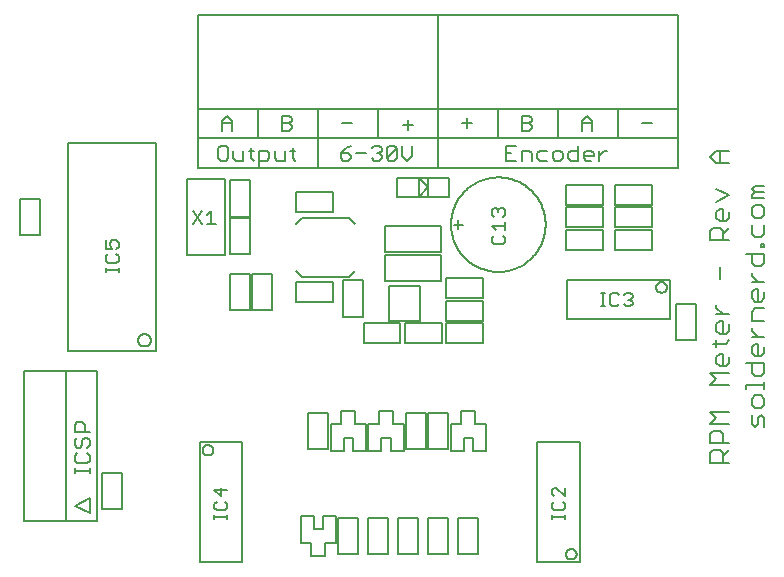
<source format=gto>
G75*
%MOIN*%
%OFA0B0*%
%FSLAX25Y25*%
%IPPOS*%
%LPD*%
%AMOC8*
5,1,8,0,0,1.08239X$1,22.5*
%
%ADD10C,0.00600*%
%ADD11C,0.00591*%
%ADD12C,0.00800*%
%ADD13C,0.00700*%
D10*
X0043581Y0082526D02*
X0043581Y0084194D01*
X0043581Y0083360D02*
X0048585Y0083360D01*
X0048585Y0082526D02*
X0048585Y0084194D01*
X0047751Y0085963D02*
X0044415Y0085963D01*
X0043581Y0086797D01*
X0043581Y0088465D01*
X0044415Y0089300D01*
X0044415Y0091120D02*
X0043581Y0091954D01*
X0043581Y0093622D01*
X0044415Y0094456D01*
X0046083Y0093622D02*
X0046917Y0094456D01*
X0047751Y0094456D01*
X0048585Y0093622D01*
X0048585Y0091954D01*
X0047751Y0091120D01*
X0047751Y0089300D02*
X0048585Y0088465D01*
X0048585Y0086797D01*
X0047751Y0085963D01*
X0045249Y0091120D02*
X0046083Y0091954D01*
X0046083Y0093622D01*
X0045249Y0091120D02*
X0044415Y0091120D01*
X0043581Y0096276D02*
X0043581Y0098778D01*
X0044415Y0099612D01*
X0046083Y0099612D01*
X0046917Y0098778D01*
X0046917Y0096276D01*
X0048585Y0096276D02*
X0043581Y0096276D01*
X0119235Y0059473D02*
X0122345Y0059473D01*
X0137326Y0098885D02*
X0140435Y0098885D01*
X0149826Y0098885D02*
X0152935Y0098885D01*
X0177326Y0098885D02*
X0180435Y0098885D01*
X0218997Y0138229D02*
X0220465Y0138229D01*
X0219731Y0138229D02*
X0219731Y0142633D01*
X0218997Y0142633D02*
X0220465Y0142633D01*
X0222066Y0141899D02*
X0222066Y0138963D01*
X0222800Y0138229D01*
X0224268Y0138229D01*
X0225002Y0138963D01*
X0226670Y0138963D02*
X0227404Y0138229D01*
X0228872Y0138229D01*
X0229606Y0138963D01*
X0229606Y0139697D01*
X0228872Y0140431D01*
X0228138Y0140431D01*
X0228872Y0140431D02*
X0229606Y0141165D01*
X0229606Y0141899D01*
X0228872Y0142633D01*
X0227404Y0142633D01*
X0226670Y0141899D01*
X0225002Y0141899D02*
X0224268Y0142633D01*
X0222800Y0142633D01*
X0222066Y0141899D01*
X0218456Y0186679D02*
X0218456Y0190015D01*
X0218456Y0188347D02*
X0220124Y0190015D01*
X0220958Y0190015D01*
X0216636Y0189181D02*
X0216636Y0188347D01*
X0213300Y0188347D01*
X0213300Y0187513D02*
X0213300Y0189181D01*
X0214134Y0190015D01*
X0215802Y0190015D01*
X0216636Y0189181D01*
X0215802Y0186679D02*
X0214134Y0186679D01*
X0213300Y0187513D01*
X0211479Y0186679D02*
X0208977Y0186679D01*
X0208143Y0187513D01*
X0208143Y0189181D01*
X0208977Y0190015D01*
X0211479Y0190015D01*
X0211479Y0191683D02*
X0211479Y0186679D01*
X0206323Y0187513D02*
X0206323Y0189181D01*
X0205489Y0190015D01*
X0203821Y0190015D01*
X0202987Y0189181D01*
X0202987Y0187513D01*
X0203821Y0186679D01*
X0205489Y0186679D01*
X0206323Y0187513D01*
X0201167Y0186679D02*
X0198665Y0186679D01*
X0197830Y0187513D01*
X0197830Y0189181D01*
X0198665Y0190015D01*
X0201167Y0190015D01*
X0196010Y0189181D02*
X0196010Y0186679D01*
X0196010Y0189181D02*
X0195176Y0190015D01*
X0192674Y0190015D01*
X0192674Y0186679D01*
X0190854Y0186679D02*
X0187518Y0186679D01*
X0187518Y0191683D01*
X0190854Y0191683D01*
X0189186Y0189181D02*
X0187518Y0189181D01*
X0192557Y0196679D02*
X0195059Y0196679D01*
X0195893Y0197513D01*
X0195893Y0198347D01*
X0195059Y0199181D01*
X0192557Y0199181D01*
X0192557Y0196679D02*
X0192557Y0201683D01*
X0195059Y0201683D01*
X0195893Y0200849D01*
X0195893Y0200015D01*
X0195059Y0199181D01*
X0212557Y0199181D02*
X0215893Y0199181D01*
X0215893Y0200015D02*
X0214225Y0201683D01*
X0212557Y0200015D01*
X0212557Y0196679D01*
X0215893Y0196679D02*
X0215893Y0200015D01*
X0232557Y0199181D02*
X0235893Y0199181D01*
X0175893Y0199181D02*
X0172557Y0199181D01*
X0174225Y0200849D02*
X0174225Y0197513D01*
X0156501Y0198569D02*
X0153165Y0198569D01*
X0154833Y0196901D02*
X0154833Y0200237D01*
X0156206Y0191683D02*
X0156206Y0188347D01*
X0154538Y0186679D01*
X0152870Y0188347D01*
X0152870Y0191683D01*
X0151050Y0190849D02*
X0150216Y0191683D01*
X0148548Y0191683D01*
X0147714Y0190849D01*
X0147714Y0187513D01*
X0151050Y0190849D01*
X0151050Y0187513D01*
X0150216Y0186679D01*
X0148548Y0186679D01*
X0147714Y0187513D01*
X0145893Y0187513D02*
X0145059Y0186679D01*
X0143391Y0186679D01*
X0142557Y0187513D01*
X0144225Y0189181D02*
X0145059Y0189181D01*
X0145893Y0188347D01*
X0145893Y0187513D01*
X0145059Y0189181D02*
X0145893Y0190015D01*
X0145893Y0190849D01*
X0145059Y0191683D01*
X0143391Y0191683D01*
X0142557Y0190849D01*
X0140737Y0189181D02*
X0137401Y0189181D01*
X0135581Y0188347D02*
X0134747Y0189181D01*
X0132244Y0189181D01*
X0132244Y0187513D01*
X0133078Y0186679D01*
X0134747Y0186679D01*
X0135581Y0187513D01*
X0135581Y0188347D01*
X0133913Y0190849D02*
X0132244Y0189181D01*
X0133913Y0190849D02*
X0135581Y0191683D01*
X0135893Y0199181D02*
X0132557Y0199181D01*
X0115893Y0198347D02*
X0115893Y0197513D01*
X0115059Y0196679D01*
X0112557Y0196679D01*
X0112557Y0201683D01*
X0115059Y0201683D01*
X0115893Y0200849D01*
X0115893Y0200015D01*
X0115059Y0199181D01*
X0112557Y0199181D01*
X0115059Y0199181D02*
X0115893Y0198347D01*
X0116282Y0190849D02*
X0116282Y0187513D01*
X0117116Y0186679D01*
X0117116Y0190015D02*
X0115448Y0190015D01*
X0113628Y0190015D02*
X0113628Y0186679D01*
X0111126Y0186679D01*
X0110292Y0187513D01*
X0110292Y0190015D01*
X0108472Y0189181D02*
X0108472Y0187513D01*
X0107638Y0186679D01*
X0105135Y0186679D01*
X0105135Y0185011D02*
X0105135Y0190015D01*
X0107638Y0190015D01*
X0108472Y0189181D01*
X0103366Y0190015D02*
X0101698Y0190015D01*
X0102532Y0190849D02*
X0102532Y0187513D01*
X0103366Y0186679D01*
X0099878Y0186679D02*
X0099878Y0190015D01*
X0099878Y0186679D02*
X0097375Y0186679D01*
X0096541Y0187513D01*
X0096541Y0190015D01*
X0094721Y0190849D02*
X0094721Y0187513D01*
X0093887Y0186679D01*
X0092219Y0186679D01*
X0091385Y0187513D01*
X0091385Y0190849D01*
X0092219Y0191683D01*
X0093887Y0191683D01*
X0094721Y0190849D01*
X0095893Y0196679D02*
X0095893Y0200015D01*
X0094225Y0201683D01*
X0092557Y0200015D01*
X0092557Y0196679D01*
X0092557Y0199181D02*
X0095893Y0199181D01*
D11*
X0085249Y0093008D02*
X0085249Y0052850D01*
X0099422Y0052850D01*
X0099422Y0093008D01*
X0085249Y0093008D01*
X0086237Y0090252D02*
X0086239Y0090335D01*
X0086245Y0090419D01*
X0086255Y0090502D01*
X0086268Y0090584D01*
X0086286Y0090666D01*
X0086308Y0090746D01*
X0086333Y0090826D01*
X0086362Y0090904D01*
X0086394Y0090981D01*
X0086431Y0091057D01*
X0086470Y0091130D01*
X0086514Y0091201D01*
X0086560Y0091271D01*
X0086610Y0091338D01*
X0086663Y0091403D01*
X0086718Y0091465D01*
X0086777Y0091524D01*
X0086839Y0091581D01*
X0086903Y0091634D01*
X0086969Y0091685D01*
X0087038Y0091732D01*
X0087109Y0091776D01*
X0087182Y0091817D01*
X0087257Y0091854D01*
X0087333Y0091887D01*
X0087411Y0091917D01*
X0087491Y0091943D01*
X0087571Y0091966D01*
X0087652Y0091984D01*
X0087735Y0091999D01*
X0087817Y0092010D01*
X0087901Y0092017D01*
X0087984Y0092020D01*
X0088068Y0092019D01*
X0088151Y0092014D01*
X0088234Y0092005D01*
X0088317Y0091992D01*
X0088398Y0091976D01*
X0088479Y0091955D01*
X0088559Y0091931D01*
X0088638Y0091903D01*
X0088715Y0091871D01*
X0088791Y0091836D01*
X0088865Y0091797D01*
X0088937Y0091755D01*
X0089007Y0091709D01*
X0089074Y0091660D01*
X0089140Y0091608D01*
X0089202Y0091553D01*
X0089263Y0091495D01*
X0089320Y0091434D01*
X0089374Y0091371D01*
X0089425Y0091305D01*
X0089474Y0091236D01*
X0089518Y0091166D01*
X0089560Y0091093D01*
X0089598Y0091019D01*
X0089632Y0090943D01*
X0089663Y0090865D01*
X0089690Y0090786D01*
X0089714Y0090706D01*
X0089733Y0090625D01*
X0089749Y0090543D01*
X0089761Y0090460D01*
X0089769Y0090377D01*
X0089773Y0090294D01*
X0089773Y0090210D01*
X0089769Y0090127D01*
X0089761Y0090044D01*
X0089749Y0089961D01*
X0089733Y0089879D01*
X0089714Y0089798D01*
X0089690Y0089718D01*
X0089663Y0089639D01*
X0089632Y0089561D01*
X0089598Y0089485D01*
X0089560Y0089411D01*
X0089518Y0089338D01*
X0089474Y0089268D01*
X0089425Y0089199D01*
X0089374Y0089133D01*
X0089320Y0089070D01*
X0089263Y0089009D01*
X0089202Y0088951D01*
X0089140Y0088896D01*
X0089074Y0088844D01*
X0089007Y0088795D01*
X0088937Y0088749D01*
X0088865Y0088707D01*
X0088791Y0088668D01*
X0088715Y0088633D01*
X0088638Y0088601D01*
X0088559Y0088573D01*
X0088479Y0088549D01*
X0088398Y0088528D01*
X0088317Y0088512D01*
X0088234Y0088499D01*
X0088151Y0088490D01*
X0088068Y0088485D01*
X0087984Y0088484D01*
X0087901Y0088487D01*
X0087817Y0088494D01*
X0087735Y0088505D01*
X0087652Y0088520D01*
X0087571Y0088538D01*
X0087491Y0088561D01*
X0087411Y0088587D01*
X0087333Y0088617D01*
X0087257Y0088650D01*
X0087182Y0088687D01*
X0087109Y0088728D01*
X0087038Y0088772D01*
X0086969Y0088819D01*
X0086903Y0088870D01*
X0086839Y0088923D01*
X0086777Y0088980D01*
X0086718Y0089039D01*
X0086663Y0089101D01*
X0086610Y0089166D01*
X0086560Y0089233D01*
X0086514Y0089303D01*
X0086470Y0089374D01*
X0086431Y0089447D01*
X0086394Y0089523D01*
X0086362Y0089600D01*
X0086333Y0089678D01*
X0086308Y0089758D01*
X0086286Y0089838D01*
X0086268Y0089920D01*
X0086255Y0090002D01*
X0086245Y0090085D01*
X0086239Y0090169D01*
X0086237Y0090252D01*
X0059432Y0082781D02*
X0059432Y0070577D01*
X0052739Y0070577D01*
X0052739Y0082781D01*
X0059432Y0082781D01*
X0048585Y0074179D02*
X0043585Y0071679D01*
X0048585Y0069179D01*
X0048585Y0074179D01*
X0051085Y0066679D02*
X0039835Y0066679D01*
X0040585Y0066679D02*
X0026585Y0066679D01*
X0026585Y0116679D01*
X0040585Y0116679D01*
X0040585Y0066679D01*
X0051085Y0066679D02*
X0051085Y0116679D01*
X0039835Y0116679D01*
X0041467Y0123229D02*
X0070704Y0123229D01*
X0070704Y0192729D01*
X0041467Y0192729D01*
X0041467Y0123229D01*
X0064811Y0126929D02*
X0064813Y0127021D01*
X0064819Y0127112D01*
X0064829Y0127203D01*
X0064843Y0127294D01*
X0064861Y0127384D01*
X0064883Y0127473D01*
X0064908Y0127560D01*
X0064938Y0127647D01*
X0064971Y0127733D01*
X0065008Y0127816D01*
X0065048Y0127899D01*
X0065092Y0127979D01*
X0065140Y0128057D01*
X0065191Y0128134D01*
X0065245Y0128207D01*
X0065302Y0128279D01*
X0065363Y0128348D01*
X0065426Y0128414D01*
X0065492Y0128477D01*
X0065561Y0128538D01*
X0065633Y0128595D01*
X0065706Y0128649D01*
X0065783Y0128700D01*
X0065861Y0128748D01*
X0065941Y0128792D01*
X0066024Y0128832D01*
X0066107Y0128869D01*
X0066193Y0128902D01*
X0066280Y0128932D01*
X0066367Y0128957D01*
X0066456Y0128979D01*
X0066546Y0128997D01*
X0066637Y0129011D01*
X0066728Y0129021D01*
X0066819Y0129027D01*
X0066911Y0129029D01*
X0067003Y0129027D01*
X0067094Y0129021D01*
X0067185Y0129011D01*
X0067276Y0128997D01*
X0067366Y0128979D01*
X0067455Y0128957D01*
X0067542Y0128932D01*
X0067629Y0128902D01*
X0067715Y0128869D01*
X0067798Y0128832D01*
X0067881Y0128792D01*
X0067961Y0128748D01*
X0068039Y0128700D01*
X0068116Y0128649D01*
X0068189Y0128595D01*
X0068261Y0128538D01*
X0068330Y0128477D01*
X0068396Y0128414D01*
X0068459Y0128348D01*
X0068520Y0128279D01*
X0068577Y0128207D01*
X0068631Y0128134D01*
X0068682Y0128057D01*
X0068730Y0127979D01*
X0068774Y0127899D01*
X0068814Y0127816D01*
X0068851Y0127733D01*
X0068884Y0127647D01*
X0068914Y0127560D01*
X0068939Y0127473D01*
X0068961Y0127384D01*
X0068979Y0127294D01*
X0068993Y0127203D01*
X0069003Y0127112D01*
X0069009Y0127021D01*
X0069011Y0126929D01*
X0069009Y0126837D01*
X0069003Y0126746D01*
X0068993Y0126655D01*
X0068979Y0126564D01*
X0068961Y0126474D01*
X0068939Y0126385D01*
X0068914Y0126298D01*
X0068884Y0126211D01*
X0068851Y0126125D01*
X0068814Y0126042D01*
X0068774Y0125959D01*
X0068730Y0125879D01*
X0068682Y0125801D01*
X0068631Y0125724D01*
X0068577Y0125651D01*
X0068520Y0125579D01*
X0068459Y0125510D01*
X0068396Y0125444D01*
X0068330Y0125381D01*
X0068261Y0125320D01*
X0068189Y0125263D01*
X0068116Y0125209D01*
X0068039Y0125158D01*
X0067961Y0125110D01*
X0067881Y0125066D01*
X0067798Y0125026D01*
X0067715Y0124989D01*
X0067629Y0124956D01*
X0067542Y0124926D01*
X0067455Y0124901D01*
X0067366Y0124879D01*
X0067276Y0124861D01*
X0067185Y0124847D01*
X0067094Y0124837D01*
X0067003Y0124831D01*
X0066911Y0124829D01*
X0066819Y0124831D01*
X0066728Y0124837D01*
X0066637Y0124847D01*
X0066546Y0124861D01*
X0066456Y0124879D01*
X0066367Y0124901D01*
X0066280Y0124926D01*
X0066193Y0124956D01*
X0066107Y0124989D01*
X0066024Y0125026D01*
X0065941Y0125066D01*
X0065861Y0125110D01*
X0065783Y0125158D01*
X0065706Y0125209D01*
X0065633Y0125263D01*
X0065561Y0125320D01*
X0065492Y0125381D01*
X0065426Y0125444D01*
X0065363Y0125510D01*
X0065302Y0125579D01*
X0065245Y0125651D01*
X0065191Y0125724D01*
X0065140Y0125801D01*
X0065092Y0125879D01*
X0065048Y0125959D01*
X0065008Y0126042D01*
X0064971Y0126125D01*
X0064938Y0126211D01*
X0064908Y0126298D01*
X0064883Y0126385D01*
X0064861Y0126474D01*
X0064843Y0126564D01*
X0064829Y0126655D01*
X0064819Y0126746D01*
X0064813Y0126837D01*
X0064811Y0126929D01*
X0095239Y0136827D02*
X0101932Y0136827D01*
X0101932Y0149031D01*
X0095239Y0149031D01*
X0095239Y0136827D01*
X0102739Y0136827D02*
X0109432Y0136827D01*
X0109432Y0149031D01*
X0102739Y0149031D01*
X0102739Y0136827D01*
X0117483Y0139583D02*
X0117483Y0146276D01*
X0129688Y0146276D01*
X0129688Y0139583D01*
X0117483Y0139583D01*
X0119461Y0148087D02*
X0117493Y0150055D01*
X0119461Y0148087D02*
X0135209Y0148087D01*
X0137178Y0150055D01*
X0139855Y0146925D02*
X0133162Y0146925D01*
X0133162Y0134720D01*
X0139855Y0134720D01*
X0139855Y0146925D01*
X0146942Y0146787D02*
X0146942Y0155449D01*
X0165839Y0155449D01*
X0165839Y0146787D01*
X0146942Y0146787D01*
X0148467Y0145085D02*
X0148467Y0133274D01*
X0158704Y0133274D01*
X0158704Y0145085D01*
X0148467Y0145085D01*
X0146942Y0156472D02*
X0146942Y0165134D01*
X0165839Y0165134D01*
X0165839Y0156472D01*
X0146942Y0156472D01*
X0137178Y0165803D02*
X0135209Y0167772D01*
X0119461Y0167772D01*
X0117493Y0165803D01*
X0117483Y0169583D02*
X0129688Y0169583D01*
X0129688Y0176276D01*
X0117483Y0176276D01*
X0117483Y0169583D01*
X0101932Y0168077D02*
X0101932Y0180281D01*
X0095239Y0180281D01*
X0095239Y0168077D01*
X0101932Y0168077D01*
X0101932Y0167781D02*
X0095239Y0167781D01*
X0095239Y0155577D01*
X0101932Y0155577D01*
X0101932Y0167781D01*
X0093635Y0155331D02*
X0081036Y0155331D01*
X0081036Y0180528D01*
X0093635Y0180528D01*
X0093635Y0155331D01*
X0084835Y0184179D02*
X0084835Y0194179D01*
X0104835Y0194179D01*
X0104835Y0204179D01*
X0104835Y0194179D02*
X0144835Y0194179D01*
X0144835Y0204179D01*
X0144835Y0194179D02*
X0184835Y0194179D01*
X0184835Y0204179D01*
X0184835Y0194179D02*
X0204835Y0194179D01*
X0204835Y0204179D01*
X0204835Y0194179D02*
X0224835Y0194179D01*
X0224835Y0204179D01*
X0224835Y0194179D02*
X0244835Y0194179D01*
X0244835Y0184179D01*
X0164835Y0184179D01*
X0124835Y0184179D01*
X0124835Y0204179D01*
X0124835Y0184179D02*
X0084835Y0184179D01*
X0084835Y0194179D02*
X0084835Y0204179D01*
X0084835Y0203894D02*
X0084835Y0235390D01*
X0164835Y0235390D01*
X0164835Y0203894D01*
X0084835Y0203894D01*
X0031932Y0174031D02*
X0025239Y0174031D01*
X0025239Y0161827D01*
X0031932Y0161827D01*
X0031932Y0174031D01*
X0121489Y0102781D02*
X0121489Y0090577D01*
X0128182Y0090577D01*
X0128182Y0102781D01*
X0121489Y0102781D01*
X0128930Y0099041D02*
X0132473Y0099041D01*
X0132473Y0103372D01*
X0137198Y0103372D01*
X0137198Y0099041D01*
X0140741Y0099041D01*
X0140741Y0089986D01*
X0136410Y0089986D01*
X0136410Y0094317D01*
X0133261Y0094317D01*
X0133261Y0089986D01*
X0128930Y0089986D01*
X0128930Y0099041D01*
X0141430Y0099041D02*
X0141430Y0089986D01*
X0145761Y0089986D01*
X0145761Y0094317D01*
X0148910Y0094317D01*
X0148910Y0089986D01*
X0153241Y0089986D01*
X0153241Y0099041D01*
X0149698Y0099041D01*
X0149698Y0103372D01*
X0144973Y0103372D01*
X0144973Y0099041D01*
X0141430Y0099041D01*
X0153989Y0102781D02*
X0153989Y0090577D01*
X0160682Y0090577D01*
X0160682Y0102781D01*
X0153989Y0102781D01*
X0161489Y0102781D02*
X0161489Y0090577D01*
X0168182Y0090577D01*
X0168182Y0102781D01*
X0161489Y0102781D01*
X0168930Y0099041D02*
X0172473Y0099041D01*
X0172473Y0103372D01*
X0177198Y0103372D01*
X0177198Y0099041D01*
X0180741Y0099041D01*
X0180741Y0089986D01*
X0176410Y0089986D01*
X0176410Y0094317D01*
X0173261Y0094317D01*
X0173261Y0089986D01*
X0168930Y0089986D01*
X0168930Y0099041D01*
X0197749Y0093008D02*
X0211922Y0093008D01*
X0211922Y0052850D01*
X0197749Y0052850D01*
X0197749Y0093008D01*
X0178182Y0067781D02*
X0171489Y0067781D01*
X0171489Y0055577D01*
X0178182Y0055577D01*
X0178182Y0067781D01*
X0168182Y0067781D02*
X0161489Y0067781D01*
X0161489Y0055577D01*
X0168182Y0055577D01*
X0168182Y0067781D01*
X0158182Y0067781D02*
X0151489Y0067781D01*
X0151489Y0055577D01*
X0158182Y0055577D01*
X0158182Y0067781D01*
X0148182Y0067781D02*
X0141489Y0067781D01*
X0141489Y0055577D01*
X0148182Y0055577D01*
X0148182Y0067781D01*
X0138182Y0067781D02*
X0131489Y0067781D01*
X0131489Y0055577D01*
X0138182Y0055577D01*
X0138182Y0067781D01*
X0130741Y0068372D02*
X0130741Y0059317D01*
X0127198Y0059317D01*
X0127198Y0054986D01*
X0122473Y0054986D01*
X0122473Y0059317D01*
X0118930Y0059317D01*
X0118930Y0068372D01*
X0123261Y0068372D01*
X0123261Y0064041D01*
X0126410Y0064041D01*
X0126410Y0068372D01*
X0130741Y0068372D01*
X0139983Y0125833D02*
X0152188Y0125833D01*
X0152188Y0132526D01*
X0139983Y0132526D01*
X0139983Y0125833D01*
X0153733Y0125833D02*
X0165938Y0125833D01*
X0165938Y0132526D01*
X0153733Y0132526D01*
X0153733Y0125833D01*
X0167483Y0125833D02*
X0179688Y0125833D01*
X0179688Y0132526D01*
X0167483Y0132526D01*
X0167483Y0125833D01*
X0167483Y0133333D02*
X0179688Y0133333D01*
X0179688Y0140026D01*
X0167483Y0140026D01*
X0167483Y0133333D01*
X0167483Y0140833D02*
X0179688Y0140833D01*
X0179688Y0147526D01*
X0167483Y0147526D01*
X0167483Y0140833D01*
X0171410Y0163811D02*
X0171410Y0166811D01*
X0172910Y0165311D02*
X0169910Y0165311D01*
X0168497Y0174780D02*
X0161410Y0174780D01*
X0161410Y0177929D01*
X0158261Y0174780D01*
X0158261Y0181079D01*
X0161410Y0177929D01*
X0161410Y0181079D01*
X0168497Y0181079D01*
X0168497Y0174780D01*
X0161410Y0174780D02*
X0158261Y0174780D01*
X0151174Y0174780D01*
X0151174Y0181079D01*
X0158261Y0181079D01*
X0161410Y0181079D01*
X0164835Y0184179D02*
X0164835Y0204179D01*
X0164835Y0203894D02*
X0164835Y0235390D01*
X0244835Y0235390D01*
X0244835Y0203894D01*
X0164835Y0203894D01*
X0207483Y0178776D02*
X0207483Y0172083D01*
X0219688Y0172083D01*
X0219688Y0178776D01*
X0207483Y0178776D01*
X0207483Y0171276D02*
X0207483Y0164583D01*
X0219688Y0164583D01*
X0219688Y0171276D01*
X0207483Y0171276D01*
X0207483Y0163776D02*
X0207483Y0157083D01*
X0219688Y0157083D01*
X0219688Y0163776D01*
X0207483Y0163776D01*
X0223733Y0163776D02*
X0223733Y0157083D01*
X0235938Y0157083D01*
X0235938Y0163776D01*
X0223733Y0163776D01*
X0223733Y0164583D02*
X0223733Y0171276D01*
X0235938Y0171276D01*
X0235938Y0164583D01*
X0223733Y0164583D01*
X0223733Y0172083D02*
X0235938Y0172083D01*
X0235938Y0178776D01*
X0223733Y0178776D01*
X0223733Y0172083D01*
X0244835Y0194179D02*
X0244835Y0204179D01*
X0169087Y0165429D02*
X0169092Y0165815D01*
X0169106Y0166202D01*
X0169130Y0166587D01*
X0169163Y0166973D01*
X0169205Y0167357D01*
X0169257Y0167740D01*
X0169319Y0168121D01*
X0169390Y0168501D01*
X0169470Y0168879D01*
X0169559Y0169255D01*
X0169657Y0169629D01*
X0169765Y0170000D01*
X0169882Y0170369D01*
X0170008Y0170734D01*
X0170142Y0171097D01*
X0170286Y0171455D01*
X0170438Y0171811D01*
X0170599Y0172162D01*
X0170769Y0172509D01*
X0170947Y0172853D01*
X0171133Y0173191D01*
X0171327Y0173525D01*
X0171530Y0173854D01*
X0171741Y0174178D01*
X0171960Y0174497D01*
X0172186Y0174810D01*
X0172420Y0175118D01*
X0172662Y0175419D01*
X0172910Y0175715D01*
X0173167Y0176005D01*
X0173430Y0176288D01*
X0173699Y0176565D01*
X0173976Y0176834D01*
X0174259Y0177097D01*
X0174549Y0177354D01*
X0174845Y0177602D01*
X0175146Y0177844D01*
X0175454Y0178078D01*
X0175767Y0178304D01*
X0176086Y0178523D01*
X0176410Y0178734D01*
X0176739Y0178937D01*
X0177073Y0179131D01*
X0177411Y0179317D01*
X0177755Y0179495D01*
X0178102Y0179665D01*
X0178453Y0179826D01*
X0178809Y0179978D01*
X0179167Y0180122D01*
X0179530Y0180256D01*
X0179895Y0180382D01*
X0180264Y0180499D01*
X0180635Y0180607D01*
X0181009Y0180705D01*
X0181385Y0180794D01*
X0181763Y0180874D01*
X0182143Y0180945D01*
X0182524Y0181007D01*
X0182907Y0181059D01*
X0183291Y0181101D01*
X0183677Y0181134D01*
X0184062Y0181158D01*
X0184449Y0181172D01*
X0184835Y0181177D01*
X0185221Y0181172D01*
X0185608Y0181158D01*
X0185993Y0181134D01*
X0186379Y0181101D01*
X0186763Y0181059D01*
X0187146Y0181007D01*
X0187527Y0180945D01*
X0187907Y0180874D01*
X0188285Y0180794D01*
X0188661Y0180705D01*
X0189035Y0180607D01*
X0189406Y0180499D01*
X0189775Y0180382D01*
X0190140Y0180256D01*
X0190503Y0180122D01*
X0190861Y0179978D01*
X0191217Y0179826D01*
X0191568Y0179665D01*
X0191915Y0179495D01*
X0192259Y0179317D01*
X0192597Y0179131D01*
X0192931Y0178937D01*
X0193260Y0178734D01*
X0193584Y0178523D01*
X0193903Y0178304D01*
X0194216Y0178078D01*
X0194524Y0177844D01*
X0194825Y0177602D01*
X0195121Y0177354D01*
X0195411Y0177097D01*
X0195694Y0176834D01*
X0195971Y0176565D01*
X0196240Y0176288D01*
X0196503Y0176005D01*
X0196760Y0175715D01*
X0197008Y0175419D01*
X0197250Y0175118D01*
X0197484Y0174810D01*
X0197710Y0174497D01*
X0197929Y0174178D01*
X0198140Y0173854D01*
X0198343Y0173525D01*
X0198537Y0173191D01*
X0198723Y0172853D01*
X0198901Y0172509D01*
X0199071Y0172162D01*
X0199232Y0171811D01*
X0199384Y0171455D01*
X0199528Y0171097D01*
X0199662Y0170734D01*
X0199788Y0170369D01*
X0199905Y0170000D01*
X0200013Y0169629D01*
X0200111Y0169255D01*
X0200200Y0168879D01*
X0200280Y0168501D01*
X0200351Y0168121D01*
X0200413Y0167740D01*
X0200465Y0167357D01*
X0200507Y0166973D01*
X0200540Y0166587D01*
X0200564Y0166202D01*
X0200578Y0165815D01*
X0200583Y0165429D01*
X0200578Y0165043D01*
X0200564Y0164656D01*
X0200540Y0164271D01*
X0200507Y0163885D01*
X0200465Y0163501D01*
X0200413Y0163118D01*
X0200351Y0162737D01*
X0200280Y0162357D01*
X0200200Y0161979D01*
X0200111Y0161603D01*
X0200013Y0161229D01*
X0199905Y0160858D01*
X0199788Y0160489D01*
X0199662Y0160124D01*
X0199528Y0159761D01*
X0199384Y0159403D01*
X0199232Y0159047D01*
X0199071Y0158696D01*
X0198901Y0158349D01*
X0198723Y0158005D01*
X0198537Y0157667D01*
X0198343Y0157333D01*
X0198140Y0157004D01*
X0197929Y0156680D01*
X0197710Y0156361D01*
X0197484Y0156048D01*
X0197250Y0155740D01*
X0197008Y0155439D01*
X0196760Y0155143D01*
X0196503Y0154853D01*
X0196240Y0154570D01*
X0195971Y0154293D01*
X0195694Y0154024D01*
X0195411Y0153761D01*
X0195121Y0153504D01*
X0194825Y0153256D01*
X0194524Y0153014D01*
X0194216Y0152780D01*
X0193903Y0152554D01*
X0193584Y0152335D01*
X0193260Y0152124D01*
X0192931Y0151921D01*
X0192597Y0151727D01*
X0192259Y0151541D01*
X0191915Y0151363D01*
X0191568Y0151193D01*
X0191217Y0151032D01*
X0190861Y0150880D01*
X0190503Y0150736D01*
X0190140Y0150602D01*
X0189775Y0150476D01*
X0189406Y0150359D01*
X0189035Y0150251D01*
X0188661Y0150153D01*
X0188285Y0150064D01*
X0187907Y0149984D01*
X0187527Y0149913D01*
X0187146Y0149851D01*
X0186763Y0149799D01*
X0186379Y0149757D01*
X0185993Y0149724D01*
X0185608Y0149700D01*
X0185221Y0149686D01*
X0184835Y0149681D01*
X0184449Y0149686D01*
X0184062Y0149700D01*
X0183677Y0149724D01*
X0183291Y0149757D01*
X0182907Y0149799D01*
X0182524Y0149851D01*
X0182143Y0149913D01*
X0181763Y0149984D01*
X0181385Y0150064D01*
X0181009Y0150153D01*
X0180635Y0150251D01*
X0180264Y0150359D01*
X0179895Y0150476D01*
X0179530Y0150602D01*
X0179167Y0150736D01*
X0178809Y0150880D01*
X0178453Y0151032D01*
X0178102Y0151193D01*
X0177755Y0151363D01*
X0177411Y0151541D01*
X0177073Y0151727D01*
X0176739Y0151921D01*
X0176410Y0152124D01*
X0176086Y0152335D01*
X0175767Y0152554D01*
X0175454Y0152780D01*
X0175146Y0153014D01*
X0174845Y0153256D01*
X0174549Y0153504D01*
X0174259Y0153761D01*
X0173976Y0154024D01*
X0173699Y0154293D01*
X0173430Y0154570D01*
X0173167Y0154853D01*
X0172910Y0155143D01*
X0172662Y0155439D01*
X0172420Y0155740D01*
X0172186Y0156048D01*
X0171960Y0156361D01*
X0171741Y0156680D01*
X0171530Y0157004D01*
X0171327Y0157333D01*
X0171133Y0157667D01*
X0170947Y0158005D01*
X0170769Y0158349D01*
X0170599Y0158696D01*
X0170438Y0159047D01*
X0170286Y0159403D01*
X0170142Y0159761D01*
X0170008Y0160124D01*
X0169882Y0160489D01*
X0169765Y0160858D01*
X0169657Y0161229D01*
X0169559Y0161603D01*
X0169470Y0161979D01*
X0169390Y0162357D01*
X0169319Y0162737D01*
X0169257Y0163118D01*
X0169205Y0163501D01*
X0169163Y0163885D01*
X0169130Y0164271D01*
X0169106Y0164656D01*
X0169092Y0165043D01*
X0169087Y0165429D01*
X0207611Y0146925D02*
X0207611Y0133933D01*
X0242060Y0133933D01*
X0242060Y0146925D01*
X0207611Y0146925D01*
X0237442Y0144543D02*
X0237444Y0144626D01*
X0237450Y0144710D01*
X0237460Y0144793D01*
X0237473Y0144875D01*
X0237491Y0144957D01*
X0237513Y0145037D01*
X0237538Y0145117D01*
X0237567Y0145195D01*
X0237599Y0145272D01*
X0237636Y0145348D01*
X0237675Y0145421D01*
X0237719Y0145492D01*
X0237765Y0145562D01*
X0237815Y0145629D01*
X0237868Y0145694D01*
X0237923Y0145756D01*
X0237982Y0145815D01*
X0238044Y0145872D01*
X0238108Y0145925D01*
X0238174Y0145976D01*
X0238243Y0146023D01*
X0238314Y0146067D01*
X0238387Y0146108D01*
X0238462Y0146145D01*
X0238538Y0146178D01*
X0238616Y0146208D01*
X0238696Y0146234D01*
X0238776Y0146257D01*
X0238857Y0146275D01*
X0238940Y0146290D01*
X0239022Y0146301D01*
X0239106Y0146308D01*
X0239189Y0146311D01*
X0239273Y0146310D01*
X0239356Y0146305D01*
X0239439Y0146296D01*
X0239522Y0146283D01*
X0239603Y0146267D01*
X0239684Y0146246D01*
X0239764Y0146222D01*
X0239843Y0146194D01*
X0239920Y0146162D01*
X0239996Y0146127D01*
X0240070Y0146088D01*
X0240142Y0146046D01*
X0240212Y0146000D01*
X0240279Y0145951D01*
X0240345Y0145899D01*
X0240407Y0145844D01*
X0240468Y0145786D01*
X0240525Y0145725D01*
X0240579Y0145662D01*
X0240630Y0145596D01*
X0240679Y0145527D01*
X0240723Y0145457D01*
X0240765Y0145384D01*
X0240803Y0145310D01*
X0240837Y0145234D01*
X0240868Y0145156D01*
X0240895Y0145077D01*
X0240919Y0144997D01*
X0240938Y0144916D01*
X0240954Y0144834D01*
X0240966Y0144751D01*
X0240974Y0144668D01*
X0240978Y0144585D01*
X0240978Y0144501D01*
X0240974Y0144418D01*
X0240966Y0144335D01*
X0240954Y0144252D01*
X0240938Y0144170D01*
X0240919Y0144089D01*
X0240895Y0144009D01*
X0240868Y0143930D01*
X0240837Y0143852D01*
X0240803Y0143776D01*
X0240765Y0143702D01*
X0240723Y0143629D01*
X0240679Y0143559D01*
X0240630Y0143490D01*
X0240579Y0143424D01*
X0240525Y0143361D01*
X0240468Y0143300D01*
X0240407Y0143242D01*
X0240345Y0143187D01*
X0240279Y0143135D01*
X0240212Y0143086D01*
X0240142Y0143040D01*
X0240070Y0142998D01*
X0239996Y0142959D01*
X0239920Y0142924D01*
X0239843Y0142892D01*
X0239764Y0142864D01*
X0239684Y0142840D01*
X0239603Y0142819D01*
X0239522Y0142803D01*
X0239439Y0142790D01*
X0239356Y0142781D01*
X0239273Y0142776D01*
X0239189Y0142775D01*
X0239106Y0142778D01*
X0239022Y0142785D01*
X0238940Y0142796D01*
X0238857Y0142811D01*
X0238776Y0142829D01*
X0238696Y0142852D01*
X0238616Y0142878D01*
X0238538Y0142908D01*
X0238462Y0142941D01*
X0238387Y0142978D01*
X0238314Y0143019D01*
X0238243Y0143063D01*
X0238174Y0143110D01*
X0238108Y0143161D01*
X0238044Y0143214D01*
X0237982Y0143271D01*
X0237923Y0143330D01*
X0237868Y0143392D01*
X0237815Y0143457D01*
X0237765Y0143524D01*
X0237719Y0143594D01*
X0237675Y0143665D01*
X0237636Y0143738D01*
X0237599Y0143814D01*
X0237567Y0143891D01*
X0237538Y0143969D01*
X0237513Y0144049D01*
X0237491Y0144129D01*
X0237473Y0144211D01*
X0237460Y0144293D01*
X0237450Y0144376D01*
X0237444Y0144460D01*
X0237442Y0144543D01*
X0243989Y0139031D02*
X0250682Y0139031D01*
X0250682Y0126827D01*
X0243989Y0126827D01*
X0243989Y0139031D01*
X0207398Y0055606D02*
X0207400Y0055689D01*
X0207406Y0055773D01*
X0207416Y0055856D01*
X0207429Y0055938D01*
X0207447Y0056020D01*
X0207469Y0056100D01*
X0207494Y0056180D01*
X0207523Y0056258D01*
X0207555Y0056335D01*
X0207592Y0056411D01*
X0207631Y0056484D01*
X0207675Y0056555D01*
X0207721Y0056625D01*
X0207771Y0056692D01*
X0207824Y0056757D01*
X0207879Y0056819D01*
X0207938Y0056878D01*
X0208000Y0056935D01*
X0208064Y0056988D01*
X0208130Y0057039D01*
X0208199Y0057086D01*
X0208270Y0057130D01*
X0208343Y0057171D01*
X0208418Y0057208D01*
X0208494Y0057241D01*
X0208572Y0057271D01*
X0208652Y0057297D01*
X0208732Y0057320D01*
X0208813Y0057338D01*
X0208896Y0057353D01*
X0208978Y0057364D01*
X0209062Y0057371D01*
X0209145Y0057374D01*
X0209229Y0057373D01*
X0209312Y0057368D01*
X0209395Y0057359D01*
X0209478Y0057346D01*
X0209559Y0057330D01*
X0209640Y0057309D01*
X0209720Y0057285D01*
X0209799Y0057257D01*
X0209876Y0057225D01*
X0209952Y0057190D01*
X0210026Y0057151D01*
X0210098Y0057109D01*
X0210168Y0057063D01*
X0210235Y0057014D01*
X0210301Y0056962D01*
X0210363Y0056907D01*
X0210424Y0056849D01*
X0210481Y0056788D01*
X0210535Y0056725D01*
X0210586Y0056659D01*
X0210635Y0056590D01*
X0210679Y0056520D01*
X0210721Y0056447D01*
X0210759Y0056373D01*
X0210793Y0056297D01*
X0210824Y0056219D01*
X0210851Y0056140D01*
X0210875Y0056060D01*
X0210894Y0055979D01*
X0210910Y0055897D01*
X0210922Y0055814D01*
X0210930Y0055731D01*
X0210934Y0055648D01*
X0210934Y0055564D01*
X0210930Y0055481D01*
X0210922Y0055398D01*
X0210910Y0055315D01*
X0210894Y0055233D01*
X0210875Y0055152D01*
X0210851Y0055072D01*
X0210824Y0054993D01*
X0210793Y0054915D01*
X0210759Y0054839D01*
X0210721Y0054765D01*
X0210679Y0054692D01*
X0210635Y0054622D01*
X0210586Y0054553D01*
X0210535Y0054487D01*
X0210481Y0054424D01*
X0210424Y0054363D01*
X0210363Y0054305D01*
X0210301Y0054250D01*
X0210235Y0054198D01*
X0210168Y0054149D01*
X0210098Y0054103D01*
X0210026Y0054061D01*
X0209952Y0054022D01*
X0209876Y0053987D01*
X0209799Y0053955D01*
X0209720Y0053927D01*
X0209640Y0053903D01*
X0209559Y0053882D01*
X0209478Y0053866D01*
X0209395Y0053853D01*
X0209312Y0053844D01*
X0209229Y0053839D01*
X0209145Y0053838D01*
X0209062Y0053841D01*
X0208978Y0053848D01*
X0208896Y0053859D01*
X0208813Y0053874D01*
X0208732Y0053892D01*
X0208652Y0053915D01*
X0208572Y0053941D01*
X0208494Y0053971D01*
X0208418Y0054004D01*
X0208343Y0054041D01*
X0208270Y0054082D01*
X0208199Y0054126D01*
X0208130Y0054173D01*
X0208064Y0054224D01*
X0208000Y0054277D01*
X0207938Y0054334D01*
X0207879Y0054393D01*
X0207824Y0054455D01*
X0207771Y0054520D01*
X0207721Y0054587D01*
X0207675Y0054657D01*
X0207631Y0054728D01*
X0207592Y0054801D01*
X0207555Y0054877D01*
X0207523Y0054954D01*
X0207494Y0055032D01*
X0207469Y0055112D01*
X0207447Y0055192D01*
X0207429Y0055274D01*
X0207416Y0055356D01*
X0207406Y0055439D01*
X0207400Y0055523D01*
X0207398Y0055606D01*
D12*
X0255451Y0086079D02*
X0255451Y0089182D01*
X0256485Y0090216D01*
X0258553Y0090216D01*
X0259587Y0089182D01*
X0259587Y0086079D01*
X0259587Y0088147D02*
X0261656Y0090216D01*
X0261656Y0092524D02*
X0255451Y0092524D01*
X0255451Y0095627D01*
X0256485Y0096661D01*
X0258553Y0096661D01*
X0259587Y0095627D01*
X0259587Y0092524D01*
X0261656Y0098970D02*
X0255451Y0098970D01*
X0257519Y0101038D01*
X0255451Y0103107D01*
X0261656Y0103107D01*
X0269330Y0102033D02*
X0269330Y0098930D01*
X0270364Y0097896D01*
X0271398Y0098930D01*
X0271398Y0100998D01*
X0272433Y0102033D01*
X0273467Y0100998D01*
X0273467Y0097896D01*
X0272433Y0104341D02*
X0270364Y0104341D01*
X0269330Y0105375D01*
X0269330Y0107444D01*
X0270364Y0108478D01*
X0272433Y0108478D01*
X0273467Y0107444D01*
X0273467Y0105375D01*
X0272433Y0104341D01*
X0273467Y0110787D02*
X0273467Y0112855D01*
X0273467Y0111821D02*
X0267262Y0111821D01*
X0267262Y0110787D01*
X0270364Y0115084D02*
X0269330Y0116118D01*
X0269330Y0119221D01*
X0267262Y0119221D02*
X0273467Y0119221D01*
X0273467Y0116118D01*
X0272433Y0115084D01*
X0270364Y0115084D01*
X0270364Y0121529D02*
X0269330Y0122563D01*
X0269330Y0124632D01*
X0270364Y0125666D01*
X0271398Y0125666D01*
X0271398Y0121529D01*
X0270364Y0121529D02*
X0272433Y0121529D01*
X0273467Y0122563D01*
X0273467Y0124632D01*
X0273467Y0127975D02*
X0269330Y0127975D01*
X0269330Y0130043D02*
X0269330Y0131077D01*
X0269330Y0130043D02*
X0271398Y0127975D01*
X0269330Y0133346D02*
X0269330Y0136449D01*
X0270364Y0137483D01*
X0273467Y0137483D01*
X0272433Y0139791D02*
X0270364Y0139791D01*
X0269330Y0140826D01*
X0269330Y0142894D01*
X0270364Y0143928D01*
X0271398Y0143928D01*
X0271398Y0139791D01*
X0272433Y0139791D02*
X0273467Y0140826D01*
X0273467Y0142894D01*
X0273467Y0146237D02*
X0269330Y0146237D01*
X0271398Y0146237D02*
X0269330Y0148305D01*
X0269330Y0149340D01*
X0270364Y0151608D02*
X0269330Y0152642D01*
X0269330Y0155745D01*
X0267262Y0155745D02*
X0273467Y0155745D01*
X0273467Y0152642D01*
X0272433Y0151608D01*
X0270364Y0151608D01*
X0272433Y0158054D02*
X0272433Y0159088D01*
X0273467Y0159088D01*
X0273467Y0158054D01*
X0272433Y0158054D01*
X0272433Y0161276D02*
X0270364Y0161276D01*
X0269330Y0162311D01*
X0269330Y0165413D01*
X0270364Y0167722D02*
X0272433Y0167722D01*
X0273467Y0168756D01*
X0273467Y0170825D01*
X0272433Y0171859D01*
X0270364Y0171859D01*
X0269330Y0170825D01*
X0269330Y0168756D01*
X0270364Y0167722D01*
X0273467Y0165413D02*
X0273467Y0162311D01*
X0272433Y0161276D01*
X0261656Y0160202D02*
X0255451Y0160202D01*
X0255451Y0163305D01*
X0256485Y0164339D01*
X0258553Y0164339D01*
X0259587Y0163305D01*
X0259587Y0160202D01*
X0259587Y0162271D02*
X0261656Y0164339D01*
X0260622Y0166648D02*
X0258553Y0166648D01*
X0257519Y0167682D01*
X0257519Y0169750D01*
X0258553Y0170784D01*
X0259587Y0170784D01*
X0259587Y0166648D01*
X0260622Y0166648D02*
X0261656Y0167682D01*
X0261656Y0169750D01*
X0257519Y0173093D02*
X0261656Y0175162D01*
X0257519Y0177230D01*
X0257519Y0185984D02*
X0255451Y0188053D01*
X0257519Y0190121D01*
X0261656Y0190121D01*
X0258553Y0190121D02*
X0258553Y0185984D01*
X0257519Y0185984D02*
X0261656Y0185984D01*
X0270364Y0178304D02*
X0273467Y0178304D01*
X0273467Y0176236D02*
X0270364Y0176236D01*
X0269330Y0177270D01*
X0270364Y0178304D01*
X0270364Y0176236D02*
X0269330Y0175202D01*
X0269330Y0174167D01*
X0273467Y0174167D01*
X0258553Y0151448D02*
X0258553Y0147311D01*
X0257519Y0138597D02*
X0257519Y0137563D01*
X0259587Y0135494D01*
X0257519Y0135494D02*
X0261656Y0135494D01*
X0259587Y0133186D02*
X0258553Y0133186D01*
X0257519Y0132152D01*
X0257519Y0130083D01*
X0258553Y0129049D01*
X0260622Y0129049D01*
X0261656Y0130083D01*
X0261656Y0132152D01*
X0259587Y0133186D02*
X0259587Y0129049D01*
X0257519Y0126820D02*
X0257519Y0124752D01*
X0256485Y0125786D02*
X0260622Y0125786D01*
X0261656Y0126820D01*
X0259587Y0122443D02*
X0258553Y0122443D01*
X0257519Y0121409D01*
X0257519Y0119341D01*
X0258553Y0118306D01*
X0260622Y0118306D01*
X0261656Y0119341D01*
X0261656Y0121409D01*
X0259587Y0122443D02*
X0259587Y0118306D01*
X0261656Y0115998D02*
X0255451Y0115998D01*
X0257519Y0113929D01*
X0255451Y0111861D01*
X0261656Y0111861D01*
X0269330Y0133346D02*
X0273467Y0133346D01*
X0261656Y0086079D02*
X0255451Y0086079D01*
D13*
X0206985Y0077683D02*
X0206985Y0074814D01*
X0204116Y0077683D01*
X0203399Y0077683D01*
X0202682Y0076966D01*
X0202682Y0075531D01*
X0203399Y0074814D01*
X0203399Y0073079D02*
X0202682Y0072362D01*
X0202682Y0070927D01*
X0203399Y0070210D01*
X0206268Y0070210D01*
X0206985Y0070927D01*
X0206985Y0072362D01*
X0206268Y0073079D01*
X0206985Y0068575D02*
X0206985Y0067141D01*
X0206985Y0067858D02*
X0202682Y0067858D01*
X0202682Y0067141D02*
X0202682Y0068575D01*
X0094485Y0068575D02*
X0094485Y0067141D01*
X0094485Y0067858D02*
X0090182Y0067858D01*
X0090182Y0067141D02*
X0090182Y0068575D01*
X0090899Y0070210D02*
X0093768Y0070210D01*
X0094485Y0070927D01*
X0094485Y0072362D01*
X0093768Y0073079D01*
X0092334Y0074814D02*
X0092334Y0077683D01*
X0094485Y0076966D02*
X0090182Y0076966D01*
X0092334Y0074814D01*
X0090899Y0073079D02*
X0090182Y0072362D01*
X0090182Y0070927D01*
X0090899Y0070210D01*
X0058235Y0149641D02*
X0058235Y0151075D01*
X0058235Y0150358D02*
X0053932Y0150358D01*
X0053932Y0149641D02*
X0053932Y0151075D01*
X0054649Y0152710D02*
X0053932Y0153427D01*
X0053932Y0154862D01*
X0054649Y0155579D01*
X0053932Y0157314D02*
X0056084Y0157314D01*
X0055366Y0158748D01*
X0055366Y0159466D01*
X0056084Y0160183D01*
X0057518Y0160183D01*
X0058235Y0159466D01*
X0058235Y0158031D01*
X0057518Y0157314D01*
X0057518Y0155579D02*
X0058235Y0154862D01*
X0058235Y0153427D01*
X0057518Y0152710D01*
X0054649Y0152710D01*
X0053932Y0157314D02*
X0053932Y0160183D01*
X0083081Y0165779D02*
X0085951Y0170083D01*
X0087685Y0168648D02*
X0089120Y0170083D01*
X0089120Y0165779D01*
X0087685Y0165779D02*
X0090555Y0165779D01*
X0085951Y0165779D02*
X0083081Y0170083D01*
X0182682Y0170233D02*
X0183399Y0170950D01*
X0184116Y0170950D01*
X0184834Y0170233D01*
X0185551Y0170950D01*
X0186268Y0170950D01*
X0186985Y0170233D01*
X0186985Y0168798D01*
X0186268Y0168081D01*
X0186985Y0166346D02*
X0186985Y0163477D01*
X0186985Y0164912D02*
X0182682Y0164912D01*
X0184116Y0163477D01*
X0183399Y0161742D02*
X0182682Y0161025D01*
X0182682Y0159591D01*
X0183399Y0158873D01*
X0186268Y0158873D01*
X0186985Y0159591D01*
X0186985Y0161025D01*
X0186268Y0161742D01*
X0183399Y0168081D02*
X0182682Y0168798D01*
X0182682Y0170233D01*
X0184834Y0170233D02*
X0184834Y0169516D01*
M02*

</source>
